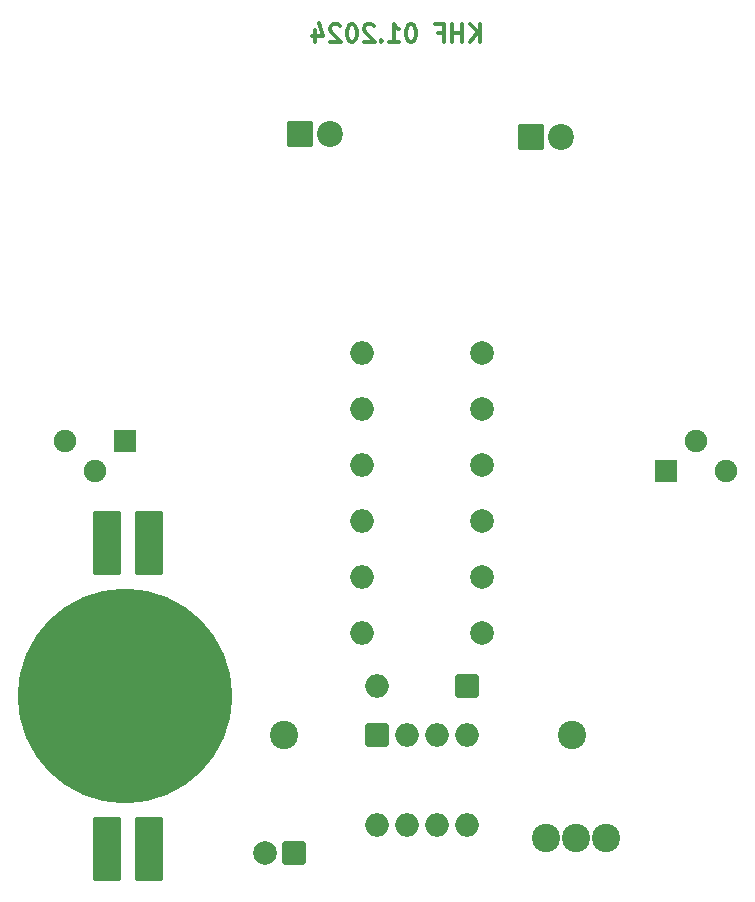
<source format=gbr>
%TF.GenerationSoftware,KiCad,Pcbnew,8.0.1*%
%TF.CreationDate,2024-04-02T10:26:23+02:00*%
%TF.ProjectId,Monster,4d6f6e73-7465-4722-9e6b-696361645f70,rev?*%
%TF.SameCoordinates,Original*%
%TF.FileFunction,Soldermask,Bot*%
%TF.FilePolarity,Negative*%
%FSLAX46Y46*%
G04 Gerber Fmt 4.6, Leading zero omitted, Abs format (unit mm)*
G04 Created by KiCad (PCBNEW 8.0.1) date 2024-04-02 10:26:23*
%MOMM*%
%LPD*%
G01*
G04 APERTURE LIST*
G04 Aperture macros list*
%AMRoundRect*
0 Rectangle with rounded corners*
0 $1 Rounding radius*
0 $2 $3 $4 $5 $6 $7 $8 $9 X,Y pos of 4 corners*
0 Add a 4 corners polygon primitive as box body*
4,1,4,$2,$3,$4,$5,$6,$7,$8,$9,$2,$3,0*
0 Add four circle primitives for the rounded corners*
1,1,$1+$1,$2,$3*
1,1,$1+$1,$4,$5*
1,1,$1+$1,$6,$7*
1,1,$1+$1,$8,$9*
0 Add four rect primitives between the rounded corners*
20,1,$1+$1,$2,$3,$4,$5,0*
20,1,$1+$1,$4,$5,$6,$7,0*
20,1,$1+$1,$6,$7,$8,$9,0*
20,1,$1+$1,$8,$9,$2,$3,0*%
G04 Aperture macros list end*
%ADD10C,0.300000*%
%ADD11RoundRect,0.200000X-0.900000X-0.900000X0.900000X-0.900000X0.900000X0.900000X-0.900000X0.900000X0*%
%ADD12C,2.200000*%
%ADD13C,2.400000*%
%ADD14C,2.000000*%
%ADD15O,2.000000X2.000000*%
%ADD16RoundRect,0.200000X0.800000X0.800000X-0.800000X0.800000X-0.800000X-0.800000X0.800000X-0.800000X0*%
%ADD17RoundRect,0.200000X-0.800000X0.800000X-0.800000X-0.800000X0.800000X-0.800000X0.800000X0.800000X0*%
%ADD18RoundRect,0.200000X-1.000000X2.500000X-1.000000X-2.500000X1.000000X-2.500000X1.000000X2.500000X0*%
%ADD19C,18.180000*%
%ADD20C,1.900000*%
%ADD21RoundRect,0.200000X0.750000X0.750000X-0.750000X0.750000X-0.750000X-0.750000X0.750000X-0.750000X0*%
%ADD22RoundRect,0.200000X-0.750000X-0.750000X0.750000X-0.750000X0.750000X0.750000X-0.750000X0.750000X0*%
G04 APERTURE END LIST*
D10*
X68725489Y-38500828D02*
X68725489Y-37000828D01*
X67868346Y-38500828D02*
X68511203Y-37643685D01*
X67868346Y-37000828D02*
X68725489Y-37857971D01*
X67225489Y-38500828D02*
X67225489Y-37000828D01*
X67225489Y-37715114D02*
X66368346Y-37715114D01*
X66368346Y-38500828D02*
X66368346Y-37000828D01*
X65154060Y-37715114D02*
X65654060Y-37715114D01*
X65654060Y-38500828D02*
X65654060Y-37000828D01*
X65654060Y-37000828D02*
X64939774Y-37000828D01*
X62939774Y-37000828D02*
X62796917Y-37000828D01*
X62796917Y-37000828D02*
X62654060Y-37072257D01*
X62654060Y-37072257D02*
X62582632Y-37143685D01*
X62582632Y-37143685D02*
X62511203Y-37286542D01*
X62511203Y-37286542D02*
X62439774Y-37572257D01*
X62439774Y-37572257D02*
X62439774Y-37929400D01*
X62439774Y-37929400D02*
X62511203Y-38215114D01*
X62511203Y-38215114D02*
X62582632Y-38357971D01*
X62582632Y-38357971D02*
X62654060Y-38429400D01*
X62654060Y-38429400D02*
X62796917Y-38500828D01*
X62796917Y-38500828D02*
X62939774Y-38500828D01*
X62939774Y-38500828D02*
X63082632Y-38429400D01*
X63082632Y-38429400D02*
X63154060Y-38357971D01*
X63154060Y-38357971D02*
X63225489Y-38215114D01*
X63225489Y-38215114D02*
X63296917Y-37929400D01*
X63296917Y-37929400D02*
X63296917Y-37572257D01*
X63296917Y-37572257D02*
X63225489Y-37286542D01*
X63225489Y-37286542D02*
X63154060Y-37143685D01*
X63154060Y-37143685D02*
X63082632Y-37072257D01*
X63082632Y-37072257D02*
X62939774Y-37000828D01*
X61011203Y-38500828D02*
X61868346Y-38500828D01*
X61439775Y-38500828D02*
X61439775Y-37000828D01*
X61439775Y-37000828D02*
X61582632Y-37215114D01*
X61582632Y-37215114D02*
X61725489Y-37357971D01*
X61725489Y-37357971D02*
X61868346Y-37429400D01*
X60368347Y-38357971D02*
X60296918Y-38429400D01*
X60296918Y-38429400D02*
X60368347Y-38500828D01*
X60368347Y-38500828D02*
X60439775Y-38429400D01*
X60439775Y-38429400D02*
X60368347Y-38357971D01*
X60368347Y-38357971D02*
X60368347Y-38500828D01*
X59725489Y-37143685D02*
X59654061Y-37072257D01*
X59654061Y-37072257D02*
X59511204Y-37000828D01*
X59511204Y-37000828D02*
X59154061Y-37000828D01*
X59154061Y-37000828D02*
X59011204Y-37072257D01*
X59011204Y-37072257D02*
X58939775Y-37143685D01*
X58939775Y-37143685D02*
X58868346Y-37286542D01*
X58868346Y-37286542D02*
X58868346Y-37429400D01*
X58868346Y-37429400D02*
X58939775Y-37643685D01*
X58939775Y-37643685D02*
X59796918Y-38500828D01*
X59796918Y-38500828D02*
X58868346Y-38500828D01*
X57939775Y-37000828D02*
X57796918Y-37000828D01*
X57796918Y-37000828D02*
X57654061Y-37072257D01*
X57654061Y-37072257D02*
X57582633Y-37143685D01*
X57582633Y-37143685D02*
X57511204Y-37286542D01*
X57511204Y-37286542D02*
X57439775Y-37572257D01*
X57439775Y-37572257D02*
X57439775Y-37929400D01*
X57439775Y-37929400D02*
X57511204Y-38215114D01*
X57511204Y-38215114D02*
X57582633Y-38357971D01*
X57582633Y-38357971D02*
X57654061Y-38429400D01*
X57654061Y-38429400D02*
X57796918Y-38500828D01*
X57796918Y-38500828D02*
X57939775Y-38500828D01*
X57939775Y-38500828D02*
X58082633Y-38429400D01*
X58082633Y-38429400D02*
X58154061Y-38357971D01*
X58154061Y-38357971D02*
X58225490Y-38215114D01*
X58225490Y-38215114D02*
X58296918Y-37929400D01*
X58296918Y-37929400D02*
X58296918Y-37572257D01*
X58296918Y-37572257D02*
X58225490Y-37286542D01*
X58225490Y-37286542D02*
X58154061Y-37143685D01*
X58154061Y-37143685D02*
X58082633Y-37072257D01*
X58082633Y-37072257D02*
X57939775Y-37000828D01*
X56868347Y-37143685D02*
X56796919Y-37072257D01*
X56796919Y-37072257D02*
X56654062Y-37000828D01*
X56654062Y-37000828D02*
X56296919Y-37000828D01*
X56296919Y-37000828D02*
X56154062Y-37072257D01*
X56154062Y-37072257D02*
X56082633Y-37143685D01*
X56082633Y-37143685D02*
X56011204Y-37286542D01*
X56011204Y-37286542D02*
X56011204Y-37429400D01*
X56011204Y-37429400D02*
X56082633Y-37643685D01*
X56082633Y-37643685D02*
X56939776Y-38500828D01*
X56939776Y-38500828D02*
X56011204Y-38500828D01*
X54725491Y-37500828D02*
X54725491Y-38500828D01*
X55082633Y-36929400D02*
X55439776Y-38000828D01*
X55439776Y-38000828D02*
X54511205Y-38000828D01*
D11*
%TO.C,D1*%
X53492000Y-46252000D03*
D12*
X56032000Y-46252000D03*
%TD*%
D13*
%TO.C,*%
X52132000Y-97202000D03*
%TD*%
D11*
%TO.C,D2*%
X72992000Y-46552000D03*
D12*
X75532000Y-46552000D03*
%TD*%
D14*
%TO.C,R3*%
X68842000Y-64802000D03*
D15*
X58682000Y-64802000D03*
%TD*%
D14*
%TO.C,R5*%
X68842000Y-74302000D03*
D15*
X58682000Y-74302000D03*
%TD*%
D16*
%TO.C,D3*%
X67572000Y-93052000D03*
D15*
X59952000Y-93052000D03*
%TD*%
D17*
%TO.C,U1*%
X59962000Y-97152000D03*
D15*
X62502000Y-97152000D03*
X65042000Y-97152000D03*
X67582000Y-97152000D03*
X67582000Y-104772000D03*
X65042000Y-104772000D03*
X62502000Y-104772000D03*
X59962000Y-104772000D03*
%TD*%
D16*
%TO.C,C1*%
X52964380Y-107152000D03*
D14*
X50464380Y-107152000D03*
%TD*%
D18*
%TO.C,U2*%
X40714000Y-80898000D03*
X37158000Y-80898000D03*
X40714000Y-106792000D03*
X37158000Y-106792000D03*
D19*
X38682000Y-93852000D03*
%TD*%
D20*
%TO.C,Q1*%
X89562000Y-74802000D03*
X87022000Y-72262000D03*
D21*
X84482000Y-74802000D03*
%TD*%
D14*
%TO.C,R1off1*%
X68842000Y-83802000D03*
D15*
X58682000Y-83802000D03*
%TD*%
D14*
%TO.C,R6*%
X68842000Y-79052000D03*
D15*
X58682000Y-79052000D03*
%TD*%
D13*
%TO.C,Q*%
X76532000Y-97152000D03*
%TD*%
D14*
%TO.C,R4*%
X68842000Y-69552000D03*
D15*
X58682000Y-69552000D03*
%TD*%
D14*
%TO.C,R2on2*%
X68842000Y-88552000D03*
D15*
X58682000Y-88552000D03*
%TD*%
D13*
%TO.C,S1*%
X79412000Y-105902000D03*
X76872000Y-105902000D03*
X74332000Y-105902000D03*
%TD*%
D20*
%TO.C,Q2*%
X33604000Y-72314000D03*
X36144000Y-74854000D03*
D22*
X38684000Y-72314000D03*
%TD*%
M02*

</source>
